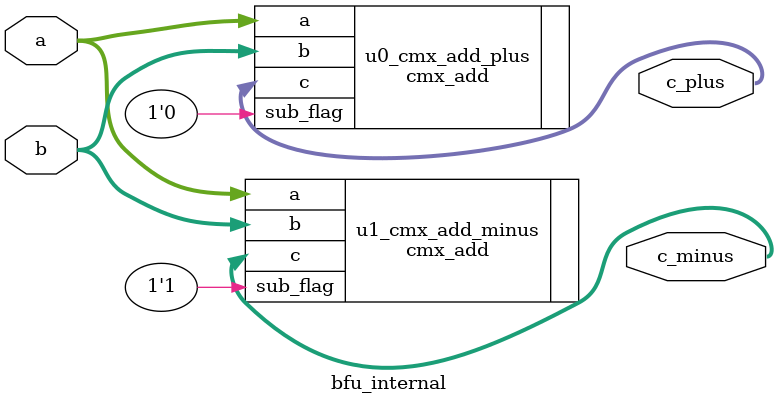
<source format=v>
module bfu_internal(
    input [31:0] a,
    input [31:0] b,
    output [31:0] c_plus,
    output [31:0] c_minus
  );

  initial begin
    $dumpfile("wave.vcd");
    $dumpvars;
  end  

  cmx_add u0_cmx_add_plus(
    .a(a),
    .b(b),
    .sub_flag(1'h0),
    .c(c_plus)
  );


  cmx_add u1_cmx_add_minus(
    .a(a),
    .b(b),
    .sub_flag(1'h1),
    .c(c_minus)
  );




endmodule

</source>
